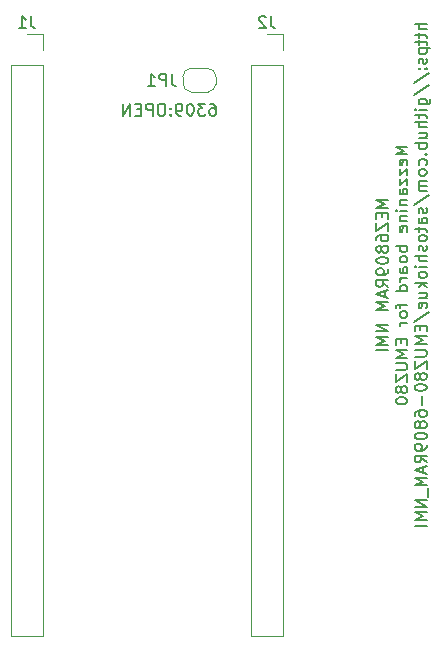
<source format=gbo>
G04 #@! TF.GenerationSoftware,KiCad,Pcbnew,7.0.2-0*
G04 #@! TF.CreationDate,2023-04-20T01:12:48+09:00*
G04 #@! TF.ProjectId,MEZ6809RAMI,4d455a36-3830-4395-9241-4d492e6b6963,A*
G04 #@! TF.SameCoordinates,PX5f5e100PY8f0d180*
G04 #@! TF.FileFunction,Legend,Bot*
G04 #@! TF.FilePolarity,Positive*
%FSLAX46Y46*%
G04 Gerber Fmt 4.6, Leading zero omitted, Abs format (unit mm)*
G04 Created by KiCad (PCBNEW 7.0.2-0) date 2023-04-20 01:12:48*
%MOMM*%
%LPD*%
G01*
G04 APERTURE LIST*
%ADD10C,0.150000*%
%ADD11C,0.120000*%
G04 APERTURE END LIST*
D10*
X19348690Y46892381D02*
X19539166Y46892381D01*
X19539166Y46892381D02*
X19634404Y46844762D01*
X19634404Y46844762D02*
X19682023Y46797143D01*
X19682023Y46797143D02*
X19777261Y46654286D01*
X19777261Y46654286D02*
X19824880Y46463810D01*
X19824880Y46463810D02*
X19824880Y46082858D01*
X19824880Y46082858D02*
X19777261Y45987620D01*
X19777261Y45987620D02*
X19729642Y45940000D01*
X19729642Y45940000D02*
X19634404Y45892381D01*
X19634404Y45892381D02*
X19443928Y45892381D01*
X19443928Y45892381D02*
X19348690Y45940000D01*
X19348690Y45940000D02*
X19301071Y45987620D01*
X19301071Y45987620D02*
X19253452Y46082858D01*
X19253452Y46082858D02*
X19253452Y46320953D01*
X19253452Y46320953D02*
X19301071Y46416191D01*
X19301071Y46416191D02*
X19348690Y46463810D01*
X19348690Y46463810D02*
X19443928Y46511429D01*
X19443928Y46511429D02*
X19634404Y46511429D01*
X19634404Y46511429D02*
X19729642Y46463810D01*
X19729642Y46463810D02*
X19777261Y46416191D01*
X19777261Y46416191D02*
X19824880Y46320953D01*
X18920118Y46892381D02*
X18301071Y46892381D01*
X18301071Y46892381D02*
X18634404Y46511429D01*
X18634404Y46511429D02*
X18491547Y46511429D01*
X18491547Y46511429D02*
X18396309Y46463810D01*
X18396309Y46463810D02*
X18348690Y46416191D01*
X18348690Y46416191D02*
X18301071Y46320953D01*
X18301071Y46320953D02*
X18301071Y46082858D01*
X18301071Y46082858D02*
X18348690Y45987620D01*
X18348690Y45987620D02*
X18396309Y45940000D01*
X18396309Y45940000D02*
X18491547Y45892381D01*
X18491547Y45892381D02*
X18777261Y45892381D01*
X18777261Y45892381D02*
X18872499Y45940000D01*
X18872499Y45940000D02*
X18920118Y45987620D01*
X17682023Y46892381D02*
X17586785Y46892381D01*
X17586785Y46892381D02*
X17491547Y46844762D01*
X17491547Y46844762D02*
X17443928Y46797143D01*
X17443928Y46797143D02*
X17396309Y46701905D01*
X17396309Y46701905D02*
X17348690Y46511429D01*
X17348690Y46511429D02*
X17348690Y46273334D01*
X17348690Y46273334D02*
X17396309Y46082858D01*
X17396309Y46082858D02*
X17443928Y45987620D01*
X17443928Y45987620D02*
X17491547Y45940000D01*
X17491547Y45940000D02*
X17586785Y45892381D01*
X17586785Y45892381D02*
X17682023Y45892381D01*
X17682023Y45892381D02*
X17777261Y45940000D01*
X17777261Y45940000D02*
X17824880Y45987620D01*
X17824880Y45987620D02*
X17872499Y46082858D01*
X17872499Y46082858D02*
X17920118Y46273334D01*
X17920118Y46273334D02*
X17920118Y46511429D01*
X17920118Y46511429D02*
X17872499Y46701905D01*
X17872499Y46701905D02*
X17824880Y46797143D01*
X17824880Y46797143D02*
X17777261Y46844762D01*
X17777261Y46844762D02*
X17682023Y46892381D01*
X16872499Y45892381D02*
X16682023Y45892381D01*
X16682023Y45892381D02*
X16586785Y45940000D01*
X16586785Y45940000D02*
X16539166Y45987620D01*
X16539166Y45987620D02*
X16443928Y46130477D01*
X16443928Y46130477D02*
X16396309Y46320953D01*
X16396309Y46320953D02*
X16396309Y46701905D01*
X16396309Y46701905D02*
X16443928Y46797143D01*
X16443928Y46797143D02*
X16491547Y46844762D01*
X16491547Y46844762D02*
X16586785Y46892381D01*
X16586785Y46892381D02*
X16777261Y46892381D01*
X16777261Y46892381D02*
X16872499Y46844762D01*
X16872499Y46844762D02*
X16920118Y46797143D01*
X16920118Y46797143D02*
X16967737Y46701905D01*
X16967737Y46701905D02*
X16967737Y46463810D01*
X16967737Y46463810D02*
X16920118Y46368572D01*
X16920118Y46368572D02*
X16872499Y46320953D01*
X16872499Y46320953D02*
X16777261Y46273334D01*
X16777261Y46273334D02*
X16586785Y46273334D01*
X16586785Y46273334D02*
X16491547Y46320953D01*
X16491547Y46320953D02*
X16443928Y46368572D01*
X16443928Y46368572D02*
X16396309Y46463810D01*
X15967737Y45987620D02*
X15920118Y45940000D01*
X15920118Y45940000D02*
X15967737Y45892381D01*
X15967737Y45892381D02*
X16015356Y45940000D01*
X16015356Y45940000D02*
X15967737Y45987620D01*
X15967737Y45987620D02*
X15967737Y45892381D01*
X15967737Y46511429D02*
X15920118Y46463810D01*
X15920118Y46463810D02*
X15967737Y46416191D01*
X15967737Y46416191D02*
X16015356Y46463810D01*
X16015356Y46463810D02*
X15967737Y46511429D01*
X15967737Y46511429D02*
X15967737Y46416191D01*
X15301071Y46892381D02*
X15110595Y46892381D01*
X15110595Y46892381D02*
X15015357Y46844762D01*
X15015357Y46844762D02*
X14920119Y46749524D01*
X14920119Y46749524D02*
X14872500Y46559048D01*
X14872500Y46559048D02*
X14872500Y46225715D01*
X14872500Y46225715D02*
X14920119Y46035239D01*
X14920119Y46035239D02*
X15015357Y45940000D01*
X15015357Y45940000D02*
X15110595Y45892381D01*
X15110595Y45892381D02*
X15301071Y45892381D01*
X15301071Y45892381D02*
X15396309Y45940000D01*
X15396309Y45940000D02*
X15491547Y46035239D01*
X15491547Y46035239D02*
X15539166Y46225715D01*
X15539166Y46225715D02*
X15539166Y46559048D01*
X15539166Y46559048D02*
X15491547Y46749524D01*
X15491547Y46749524D02*
X15396309Y46844762D01*
X15396309Y46844762D02*
X15301071Y46892381D01*
X14443928Y45892381D02*
X14443928Y46892381D01*
X14443928Y46892381D02*
X14062976Y46892381D01*
X14062976Y46892381D02*
X13967738Y46844762D01*
X13967738Y46844762D02*
X13920119Y46797143D01*
X13920119Y46797143D02*
X13872500Y46701905D01*
X13872500Y46701905D02*
X13872500Y46559048D01*
X13872500Y46559048D02*
X13920119Y46463810D01*
X13920119Y46463810D02*
X13967738Y46416191D01*
X13967738Y46416191D02*
X14062976Y46368572D01*
X14062976Y46368572D02*
X14443928Y46368572D01*
X13443928Y46416191D02*
X13110595Y46416191D01*
X12967738Y45892381D02*
X13443928Y45892381D01*
X13443928Y45892381D02*
X13443928Y46892381D01*
X13443928Y46892381D02*
X12967738Y46892381D01*
X12539166Y45892381D02*
X12539166Y46892381D01*
X12539166Y46892381D02*
X11967738Y45892381D01*
X11967738Y45892381D02*
X11967738Y46892381D01*
X34402619Y38765952D02*
X33402619Y38765952D01*
X33402619Y38765952D02*
X34116904Y38432619D01*
X34116904Y38432619D02*
X33402619Y38099286D01*
X33402619Y38099286D02*
X34402619Y38099286D01*
X33878809Y37623095D02*
X33878809Y37289762D01*
X34402619Y37146905D02*
X34402619Y37623095D01*
X34402619Y37623095D02*
X33402619Y37623095D01*
X33402619Y37623095D02*
X33402619Y37146905D01*
X33402619Y36813571D02*
X33402619Y36146905D01*
X33402619Y36146905D02*
X34402619Y36813571D01*
X34402619Y36813571D02*
X34402619Y36146905D01*
X33402619Y35337381D02*
X33402619Y35527857D01*
X33402619Y35527857D02*
X33450238Y35623095D01*
X33450238Y35623095D02*
X33497857Y35670714D01*
X33497857Y35670714D02*
X33640714Y35765952D01*
X33640714Y35765952D02*
X33831190Y35813571D01*
X33831190Y35813571D02*
X34212142Y35813571D01*
X34212142Y35813571D02*
X34307380Y35765952D01*
X34307380Y35765952D02*
X34355000Y35718333D01*
X34355000Y35718333D02*
X34402619Y35623095D01*
X34402619Y35623095D02*
X34402619Y35432619D01*
X34402619Y35432619D02*
X34355000Y35337381D01*
X34355000Y35337381D02*
X34307380Y35289762D01*
X34307380Y35289762D02*
X34212142Y35242143D01*
X34212142Y35242143D02*
X33974047Y35242143D01*
X33974047Y35242143D02*
X33878809Y35289762D01*
X33878809Y35289762D02*
X33831190Y35337381D01*
X33831190Y35337381D02*
X33783571Y35432619D01*
X33783571Y35432619D02*
X33783571Y35623095D01*
X33783571Y35623095D02*
X33831190Y35718333D01*
X33831190Y35718333D02*
X33878809Y35765952D01*
X33878809Y35765952D02*
X33974047Y35813571D01*
X33831190Y34670714D02*
X33783571Y34765952D01*
X33783571Y34765952D02*
X33735952Y34813571D01*
X33735952Y34813571D02*
X33640714Y34861190D01*
X33640714Y34861190D02*
X33593095Y34861190D01*
X33593095Y34861190D02*
X33497857Y34813571D01*
X33497857Y34813571D02*
X33450238Y34765952D01*
X33450238Y34765952D02*
X33402619Y34670714D01*
X33402619Y34670714D02*
X33402619Y34480238D01*
X33402619Y34480238D02*
X33450238Y34385000D01*
X33450238Y34385000D02*
X33497857Y34337381D01*
X33497857Y34337381D02*
X33593095Y34289762D01*
X33593095Y34289762D02*
X33640714Y34289762D01*
X33640714Y34289762D02*
X33735952Y34337381D01*
X33735952Y34337381D02*
X33783571Y34385000D01*
X33783571Y34385000D02*
X33831190Y34480238D01*
X33831190Y34480238D02*
X33831190Y34670714D01*
X33831190Y34670714D02*
X33878809Y34765952D01*
X33878809Y34765952D02*
X33926428Y34813571D01*
X33926428Y34813571D02*
X34021666Y34861190D01*
X34021666Y34861190D02*
X34212142Y34861190D01*
X34212142Y34861190D02*
X34307380Y34813571D01*
X34307380Y34813571D02*
X34355000Y34765952D01*
X34355000Y34765952D02*
X34402619Y34670714D01*
X34402619Y34670714D02*
X34402619Y34480238D01*
X34402619Y34480238D02*
X34355000Y34385000D01*
X34355000Y34385000D02*
X34307380Y34337381D01*
X34307380Y34337381D02*
X34212142Y34289762D01*
X34212142Y34289762D02*
X34021666Y34289762D01*
X34021666Y34289762D02*
X33926428Y34337381D01*
X33926428Y34337381D02*
X33878809Y34385000D01*
X33878809Y34385000D02*
X33831190Y34480238D01*
X33402619Y33670714D02*
X33402619Y33575476D01*
X33402619Y33575476D02*
X33450238Y33480238D01*
X33450238Y33480238D02*
X33497857Y33432619D01*
X33497857Y33432619D02*
X33593095Y33385000D01*
X33593095Y33385000D02*
X33783571Y33337381D01*
X33783571Y33337381D02*
X34021666Y33337381D01*
X34021666Y33337381D02*
X34212142Y33385000D01*
X34212142Y33385000D02*
X34307380Y33432619D01*
X34307380Y33432619D02*
X34355000Y33480238D01*
X34355000Y33480238D02*
X34402619Y33575476D01*
X34402619Y33575476D02*
X34402619Y33670714D01*
X34402619Y33670714D02*
X34355000Y33765952D01*
X34355000Y33765952D02*
X34307380Y33813571D01*
X34307380Y33813571D02*
X34212142Y33861190D01*
X34212142Y33861190D02*
X34021666Y33908809D01*
X34021666Y33908809D02*
X33783571Y33908809D01*
X33783571Y33908809D02*
X33593095Y33861190D01*
X33593095Y33861190D02*
X33497857Y33813571D01*
X33497857Y33813571D02*
X33450238Y33765952D01*
X33450238Y33765952D02*
X33402619Y33670714D01*
X34402619Y32861190D02*
X34402619Y32670714D01*
X34402619Y32670714D02*
X34355000Y32575476D01*
X34355000Y32575476D02*
X34307380Y32527857D01*
X34307380Y32527857D02*
X34164523Y32432619D01*
X34164523Y32432619D02*
X33974047Y32385000D01*
X33974047Y32385000D02*
X33593095Y32385000D01*
X33593095Y32385000D02*
X33497857Y32432619D01*
X33497857Y32432619D02*
X33450238Y32480238D01*
X33450238Y32480238D02*
X33402619Y32575476D01*
X33402619Y32575476D02*
X33402619Y32765952D01*
X33402619Y32765952D02*
X33450238Y32861190D01*
X33450238Y32861190D02*
X33497857Y32908809D01*
X33497857Y32908809D02*
X33593095Y32956428D01*
X33593095Y32956428D02*
X33831190Y32956428D01*
X33831190Y32956428D02*
X33926428Y32908809D01*
X33926428Y32908809D02*
X33974047Y32861190D01*
X33974047Y32861190D02*
X34021666Y32765952D01*
X34021666Y32765952D02*
X34021666Y32575476D01*
X34021666Y32575476D02*
X33974047Y32480238D01*
X33974047Y32480238D02*
X33926428Y32432619D01*
X33926428Y32432619D02*
X33831190Y32385000D01*
X34402619Y31385000D02*
X33926428Y31718333D01*
X34402619Y31956428D02*
X33402619Y31956428D01*
X33402619Y31956428D02*
X33402619Y31575476D01*
X33402619Y31575476D02*
X33450238Y31480238D01*
X33450238Y31480238D02*
X33497857Y31432619D01*
X33497857Y31432619D02*
X33593095Y31385000D01*
X33593095Y31385000D02*
X33735952Y31385000D01*
X33735952Y31385000D02*
X33831190Y31432619D01*
X33831190Y31432619D02*
X33878809Y31480238D01*
X33878809Y31480238D02*
X33926428Y31575476D01*
X33926428Y31575476D02*
X33926428Y31956428D01*
X34116904Y31004047D02*
X34116904Y30527857D01*
X34402619Y31099285D02*
X33402619Y30765952D01*
X33402619Y30765952D02*
X34402619Y30432619D01*
X34402619Y30099285D02*
X33402619Y30099285D01*
X33402619Y30099285D02*
X34116904Y29765952D01*
X34116904Y29765952D02*
X33402619Y29432619D01*
X33402619Y29432619D02*
X34402619Y29432619D01*
X34402619Y28194523D02*
X33402619Y28194523D01*
X33402619Y28194523D02*
X34402619Y27623095D01*
X34402619Y27623095D02*
X33402619Y27623095D01*
X34402619Y27146904D02*
X33402619Y27146904D01*
X33402619Y27146904D02*
X34116904Y26813571D01*
X34116904Y26813571D02*
X33402619Y26480238D01*
X33402619Y26480238D02*
X34402619Y26480238D01*
X34402619Y26004047D02*
X33402619Y26004047D01*
X36022619Y43265954D02*
X35022619Y43265954D01*
X35022619Y43265954D02*
X35736904Y42932621D01*
X35736904Y42932621D02*
X35022619Y42599288D01*
X35022619Y42599288D02*
X36022619Y42599288D01*
X35975000Y41742145D02*
X36022619Y41837383D01*
X36022619Y41837383D02*
X36022619Y42027859D01*
X36022619Y42027859D02*
X35975000Y42123097D01*
X35975000Y42123097D02*
X35879761Y42170716D01*
X35879761Y42170716D02*
X35498809Y42170716D01*
X35498809Y42170716D02*
X35403571Y42123097D01*
X35403571Y42123097D02*
X35355952Y42027859D01*
X35355952Y42027859D02*
X35355952Y41837383D01*
X35355952Y41837383D02*
X35403571Y41742145D01*
X35403571Y41742145D02*
X35498809Y41694526D01*
X35498809Y41694526D02*
X35594047Y41694526D01*
X35594047Y41694526D02*
X35689285Y42170716D01*
X35355952Y41361192D02*
X35355952Y40837383D01*
X35355952Y40837383D02*
X36022619Y41361192D01*
X36022619Y41361192D02*
X36022619Y40837383D01*
X35355952Y40551668D02*
X35355952Y40027859D01*
X35355952Y40027859D02*
X36022619Y40551668D01*
X36022619Y40551668D02*
X36022619Y40027859D01*
X36022619Y39218335D02*
X35498809Y39218335D01*
X35498809Y39218335D02*
X35403571Y39265954D01*
X35403571Y39265954D02*
X35355952Y39361192D01*
X35355952Y39361192D02*
X35355952Y39551668D01*
X35355952Y39551668D02*
X35403571Y39646906D01*
X35975000Y39218335D02*
X36022619Y39313573D01*
X36022619Y39313573D02*
X36022619Y39551668D01*
X36022619Y39551668D02*
X35975000Y39646906D01*
X35975000Y39646906D02*
X35879761Y39694525D01*
X35879761Y39694525D02*
X35784523Y39694525D01*
X35784523Y39694525D02*
X35689285Y39646906D01*
X35689285Y39646906D02*
X35641666Y39551668D01*
X35641666Y39551668D02*
X35641666Y39313573D01*
X35641666Y39313573D02*
X35594047Y39218335D01*
X35355952Y38742144D02*
X36022619Y38742144D01*
X35451190Y38742144D02*
X35403571Y38694525D01*
X35403571Y38694525D02*
X35355952Y38599287D01*
X35355952Y38599287D02*
X35355952Y38456430D01*
X35355952Y38456430D02*
X35403571Y38361192D01*
X35403571Y38361192D02*
X35498809Y38313573D01*
X35498809Y38313573D02*
X36022619Y38313573D01*
X36022619Y37837382D02*
X35355952Y37837382D01*
X35022619Y37837382D02*
X35070238Y37885001D01*
X35070238Y37885001D02*
X35117857Y37837382D01*
X35117857Y37837382D02*
X35070238Y37789763D01*
X35070238Y37789763D02*
X35022619Y37837382D01*
X35022619Y37837382D02*
X35117857Y37837382D01*
X35355952Y37361192D02*
X36022619Y37361192D01*
X35451190Y37361192D02*
X35403571Y37313573D01*
X35403571Y37313573D02*
X35355952Y37218335D01*
X35355952Y37218335D02*
X35355952Y37075478D01*
X35355952Y37075478D02*
X35403571Y36980240D01*
X35403571Y36980240D02*
X35498809Y36932621D01*
X35498809Y36932621D02*
X36022619Y36932621D01*
X35975000Y36075478D02*
X36022619Y36170716D01*
X36022619Y36170716D02*
X36022619Y36361192D01*
X36022619Y36361192D02*
X35975000Y36456430D01*
X35975000Y36456430D02*
X35879761Y36504049D01*
X35879761Y36504049D02*
X35498809Y36504049D01*
X35498809Y36504049D02*
X35403571Y36456430D01*
X35403571Y36456430D02*
X35355952Y36361192D01*
X35355952Y36361192D02*
X35355952Y36170716D01*
X35355952Y36170716D02*
X35403571Y36075478D01*
X35403571Y36075478D02*
X35498809Y36027859D01*
X35498809Y36027859D02*
X35594047Y36027859D01*
X35594047Y36027859D02*
X35689285Y36504049D01*
X36022619Y34837382D02*
X35022619Y34837382D01*
X35403571Y34837382D02*
X35355952Y34742144D01*
X35355952Y34742144D02*
X35355952Y34551668D01*
X35355952Y34551668D02*
X35403571Y34456430D01*
X35403571Y34456430D02*
X35451190Y34408811D01*
X35451190Y34408811D02*
X35546428Y34361192D01*
X35546428Y34361192D02*
X35832142Y34361192D01*
X35832142Y34361192D02*
X35927380Y34408811D01*
X35927380Y34408811D02*
X35975000Y34456430D01*
X35975000Y34456430D02*
X36022619Y34551668D01*
X36022619Y34551668D02*
X36022619Y34742144D01*
X36022619Y34742144D02*
X35975000Y34837382D01*
X36022619Y33789763D02*
X35975000Y33885001D01*
X35975000Y33885001D02*
X35927380Y33932620D01*
X35927380Y33932620D02*
X35832142Y33980239D01*
X35832142Y33980239D02*
X35546428Y33980239D01*
X35546428Y33980239D02*
X35451190Y33932620D01*
X35451190Y33932620D02*
X35403571Y33885001D01*
X35403571Y33885001D02*
X35355952Y33789763D01*
X35355952Y33789763D02*
X35355952Y33646906D01*
X35355952Y33646906D02*
X35403571Y33551668D01*
X35403571Y33551668D02*
X35451190Y33504049D01*
X35451190Y33504049D02*
X35546428Y33456430D01*
X35546428Y33456430D02*
X35832142Y33456430D01*
X35832142Y33456430D02*
X35927380Y33504049D01*
X35927380Y33504049D02*
X35975000Y33551668D01*
X35975000Y33551668D02*
X36022619Y33646906D01*
X36022619Y33646906D02*
X36022619Y33789763D01*
X36022619Y32599287D02*
X35498809Y32599287D01*
X35498809Y32599287D02*
X35403571Y32646906D01*
X35403571Y32646906D02*
X35355952Y32742144D01*
X35355952Y32742144D02*
X35355952Y32932620D01*
X35355952Y32932620D02*
X35403571Y33027858D01*
X35975000Y32599287D02*
X36022619Y32694525D01*
X36022619Y32694525D02*
X36022619Y32932620D01*
X36022619Y32932620D02*
X35975000Y33027858D01*
X35975000Y33027858D02*
X35879761Y33075477D01*
X35879761Y33075477D02*
X35784523Y33075477D01*
X35784523Y33075477D02*
X35689285Y33027858D01*
X35689285Y33027858D02*
X35641666Y32932620D01*
X35641666Y32932620D02*
X35641666Y32694525D01*
X35641666Y32694525D02*
X35594047Y32599287D01*
X36022619Y32123096D02*
X35355952Y32123096D01*
X35546428Y32123096D02*
X35451190Y32075477D01*
X35451190Y32075477D02*
X35403571Y32027858D01*
X35403571Y32027858D02*
X35355952Y31932620D01*
X35355952Y31932620D02*
X35355952Y31837382D01*
X36022619Y31075477D02*
X35022619Y31075477D01*
X35975000Y31075477D02*
X36022619Y31170715D01*
X36022619Y31170715D02*
X36022619Y31361191D01*
X36022619Y31361191D02*
X35975000Y31456429D01*
X35975000Y31456429D02*
X35927380Y31504048D01*
X35927380Y31504048D02*
X35832142Y31551667D01*
X35832142Y31551667D02*
X35546428Y31551667D01*
X35546428Y31551667D02*
X35451190Y31504048D01*
X35451190Y31504048D02*
X35403571Y31456429D01*
X35403571Y31456429D02*
X35355952Y31361191D01*
X35355952Y31361191D02*
X35355952Y31170715D01*
X35355952Y31170715D02*
X35403571Y31075477D01*
X35355952Y29980238D02*
X35355952Y29599286D01*
X36022619Y29837381D02*
X35165476Y29837381D01*
X35165476Y29837381D02*
X35070238Y29789762D01*
X35070238Y29789762D02*
X35022619Y29694524D01*
X35022619Y29694524D02*
X35022619Y29599286D01*
X36022619Y29123095D02*
X35975000Y29218333D01*
X35975000Y29218333D02*
X35927380Y29265952D01*
X35927380Y29265952D02*
X35832142Y29313571D01*
X35832142Y29313571D02*
X35546428Y29313571D01*
X35546428Y29313571D02*
X35451190Y29265952D01*
X35451190Y29265952D02*
X35403571Y29218333D01*
X35403571Y29218333D02*
X35355952Y29123095D01*
X35355952Y29123095D02*
X35355952Y28980238D01*
X35355952Y28980238D02*
X35403571Y28885000D01*
X35403571Y28885000D02*
X35451190Y28837381D01*
X35451190Y28837381D02*
X35546428Y28789762D01*
X35546428Y28789762D02*
X35832142Y28789762D01*
X35832142Y28789762D02*
X35927380Y28837381D01*
X35927380Y28837381D02*
X35975000Y28885000D01*
X35975000Y28885000D02*
X36022619Y28980238D01*
X36022619Y28980238D02*
X36022619Y29123095D01*
X36022619Y28361190D02*
X35355952Y28361190D01*
X35546428Y28361190D02*
X35451190Y28313571D01*
X35451190Y28313571D02*
X35403571Y28265952D01*
X35403571Y28265952D02*
X35355952Y28170714D01*
X35355952Y28170714D02*
X35355952Y28075476D01*
X35498809Y26980237D02*
X35498809Y26646904D01*
X36022619Y26504047D02*
X36022619Y26980237D01*
X36022619Y26980237D02*
X35022619Y26980237D01*
X35022619Y26980237D02*
X35022619Y26504047D01*
X36022619Y26075475D02*
X35022619Y26075475D01*
X35022619Y26075475D02*
X35736904Y25742142D01*
X35736904Y25742142D02*
X35022619Y25408809D01*
X35022619Y25408809D02*
X36022619Y25408809D01*
X35022619Y24932618D02*
X35832142Y24932618D01*
X35832142Y24932618D02*
X35927380Y24884999D01*
X35927380Y24884999D02*
X35975000Y24837380D01*
X35975000Y24837380D02*
X36022619Y24742142D01*
X36022619Y24742142D02*
X36022619Y24551666D01*
X36022619Y24551666D02*
X35975000Y24456428D01*
X35975000Y24456428D02*
X35927380Y24408809D01*
X35927380Y24408809D02*
X35832142Y24361190D01*
X35832142Y24361190D02*
X35022619Y24361190D01*
X35022619Y23980237D02*
X35022619Y23313571D01*
X35022619Y23313571D02*
X36022619Y23980237D01*
X36022619Y23980237D02*
X36022619Y23313571D01*
X35451190Y22789761D02*
X35403571Y22884999D01*
X35403571Y22884999D02*
X35355952Y22932618D01*
X35355952Y22932618D02*
X35260714Y22980237D01*
X35260714Y22980237D02*
X35213095Y22980237D01*
X35213095Y22980237D02*
X35117857Y22932618D01*
X35117857Y22932618D02*
X35070238Y22884999D01*
X35070238Y22884999D02*
X35022619Y22789761D01*
X35022619Y22789761D02*
X35022619Y22599285D01*
X35022619Y22599285D02*
X35070238Y22504047D01*
X35070238Y22504047D02*
X35117857Y22456428D01*
X35117857Y22456428D02*
X35213095Y22408809D01*
X35213095Y22408809D02*
X35260714Y22408809D01*
X35260714Y22408809D02*
X35355952Y22456428D01*
X35355952Y22456428D02*
X35403571Y22504047D01*
X35403571Y22504047D02*
X35451190Y22599285D01*
X35451190Y22599285D02*
X35451190Y22789761D01*
X35451190Y22789761D02*
X35498809Y22884999D01*
X35498809Y22884999D02*
X35546428Y22932618D01*
X35546428Y22932618D02*
X35641666Y22980237D01*
X35641666Y22980237D02*
X35832142Y22980237D01*
X35832142Y22980237D02*
X35927380Y22932618D01*
X35927380Y22932618D02*
X35975000Y22884999D01*
X35975000Y22884999D02*
X36022619Y22789761D01*
X36022619Y22789761D02*
X36022619Y22599285D01*
X36022619Y22599285D02*
X35975000Y22504047D01*
X35975000Y22504047D02*
X35927380Y22456428D01*
X35927380Y22456428D02*
X35832142Y22408809D01*
X35832142Y22408809D02*
X35641666Y22408809D01*
X35641666Y22408809D02*
X35546428Y22456428D01*
X35546428Y22456428D02*
X35498809Y22504047D01*
X35498809Y22504047D02*
X35451190Y22599285D01*
X35022619Y21789761D02*
X35022619Y21694523D01*
X35022619Y21694523D02*
X35070238Y21599285D01*
X35070238Y21599285D02*
X35117857Y21551666D01*
X35117857Y21551666D02*
X35213095Y21504047D01*
X35213095Y21504047D02*
X35403571Y21456428D01*
X35403571Y21456428D02*
X35641666Y21456428D01*
X35641666Y21456428D02*
X35832142Y21504047D01*
X35832142Y21504047D02*
X35927380Y21551666D01*
X35927380Y21551666D02*
X35975000Y21599285D01*
X35975000Y21599285D02*
X36022619Y21694523D01*
X36022619Y21694523D02*
X36022619Y21789761D01*
X36022619Y21789761D02*
X35975000Y21884999D01*
X35975000Y21884999D02*
X35927380Y21932618D01*
X35927380Y21932618D02*
X35832142Y21980237D01*
X35832142Y21980237D02*
X35641666Y22027856D01*
X35641666Y22027856D02*
X35403571Y22027856D01*
X35403571Y22027856D02*
X35213095Y21980237D01*
X35213095Y21980237D02*
X35117857Y21932618D01*
X35117857Y21932618D02*
X35070238Y21884999D01*
X35070238Y21884999D02*
X35022619Y21789761D01*
X37642619Y53623096D02*
X36642619Y53623096D01*
X37642619Y53194525D02*
X37118809Y53194525D01*
X37118809Y53194525D02*
X37023571Y53242144D01*
X37023571Y53242144D02*
X36975952Y53337382D01*
X36975952Y53337382D02*
X36975952Y53480239D01*
X36975952Y53480239D02*
X37023571Y53575477D01*
X37023571Y53575477D02*
X37071190Y53623096D01*
X36975952Y52861191D02*
X36975952Y52480239D01*
X36642619Y52718334D02*
X37499761Y52718334D01*
X37499761Y52718334D02*
X37595000Y52670715D01*
X37595000Y52670715D02*
X37642619Y52575477D01*
X37642619Y52575477D02*
X37642619Y52480239D01*
X36975952Y52289762D02*
X36975952Y51908810D01*
X36642619Y52146905D02*
X37499761Y52146905D01*
X37499761Y52146905D02*
X37595000Y52099286D01*
X37595000Y52099286D02*
X37642619Y52004048D01*
X37642619Y52004048D02*
X37642619Y51908810D01*
X36975952Y51575476D02*
X37975952Y51575476D01*
X37023571Y51575476D02*
X36975952Y51480238D01*
X36975952Y51480238D02*
X36975952Y51289762D01*
X36975952Y51289762D02*
X37023571Y51194524D01*
X37023571Y51194524D02*
X37071190Y51146905D01*
X37071190Y51146905D02*
X37166428Y51099286D01*
X37166428Y51099286D02*
X37452142Y51099286D01*
X37452142Y51099286D02*
X37547380Y51146905D01*
X37547380Y51146905D02*
X37595000Y51194524D01*
X37595000Y51194524D02*
X37642619Y51289762D01*
X37642619Y51289762D02*
X37642619Y51480238D01*
X37642619Y51480238D02*
X37595000Y51575476D01*
X37595000Y50718333D02*
X37642619Y50623095D01*
X37642619Y50623095D02*
X37642619Y50432619D01*
X37642619Y50432619D02*
X37595000Y50337381D01*
X37595000Y50337381D02*
X37499761Y50289762D01*
X37499761Y50289762D02*
X37452142Y50289762D01*
X37452142Y50289762D02*
X37356904Y50337381D01*
X37356904Y50337381D02*
X37309285Y50432619D01*
X37309285Y50432619D02*
X37309285Y50575476D01*
X37309285Y50575476D02*
X37261666Y50670714D01*
X37261666Y50670714D02*
X37166428Y50718333D01*
X37166428Y50718333D02*
X37118809Y50718333D01*
X37118809Y50718333D02*
X37023571Y50670714D01*
X37023571Y50670714D02*
X36975952Y50575476D01*
X36975952Y50575476D02*
X36975952Y50432619D01*
X36975952Y50432619D02*
X37023571Y50337381D01*
X37547380Y49861190D02*
X37595000Y49813571D01*
X37595000Y49813571D02*
X37642619Y49861190D01*
X37642619Y49861190D02*
X37595000Y49908809D01*
X37595000Y49908809D02*
X37547380Y49861190D01*
X37547380Y49861190D02*
X37642619Y49861190D01*
X37023571Y49861190D02*
X37071190Y49813571D01*
X37071190Y49813571D02*
X37118809Y49861190D01*
X37118809Y49861190D02*
X37071190Y49908809D01*
X37071190Y49908809D02*
X37023571Y49861190D01*
X37023571Y49861190D02*
X37118809Y49861190D01*
X36595000Y48670715D02*
X37880714Y49527857D01*
X36595000Y47623096D02*
X37880714Y48480238D01*
X36975952Y46861191D02*
X37785476Y46861191D01*
X37785476Y46861191D02*
X37880714Y46908810D01*
X37880714Y46908810D02*
X37928333Y46956429D01*
X37928333Y46956429D02*
X37975952Y47051667D01*
X37975952Y47051667D02*
X37975952Y47194524D01*
X37975952Y47194524D02*
X37928333Y47289762D01*
X37595000Y46861191D02*
X37642619Y46956429D01*
X37642619Y46956429D02*
X37642619Y47146905D01*
X37642619Y47146905D02*
X37595000Y47242143D01*
X37595000Y47242143D02*
X37547380Y47289762D01*
X37547380Y47289762D02*
X37452142Y47337381D01*
X37452142Y47337381D02*
X37166428Y47337381D01*
X37166428Y47337381D02*
X37071190Y47289762D01*
X37071190Y47289762D02*
X37023571Y47242143D01*
X37023571Y47242143D02*
X36975952Y47146905D01*
X36975952Y47146905D02*
X36975952Y46956429D01*
X36975952Y46956429D02*
X37023571Y46861191D01*
X37642619Y46385000D02*
X36975952Y46385000D01*
X36642619Y46385000D02*
X36690238Y46432619D01*
X36690238Y46432619D02*
X36737857Y46385000D01*
X36737857Y46385000D02*
X36690238Y46337381D01*
X36690238Y46337381D02*
X36642619Y46385000D01*
X36642619Y46385000D02*
X36737857Y46385000D01*
X36975952Y46051667D02*
X36975952Y45670715D01*
X36642619Y45908810D02*
X37499761Y45908810D01*
X37499761Y45908810D02*
X37595000Y45861191D01*
X37595000Y45861191D02*
X37642619Y45765953D01*
X37642619Y45765953D02*
X37642619Y45670715D01*
X37642619Y45337381D02*
X36642619Y45337381D01*
X37642619Y44908810D02*
X37118809Y44908810D01*
X37118809Y44908810D02*
X37023571Y44956429D01*
X37023571Y44956429D02*
X36975952Y45051667D01*
X36975952Y45051667D02*
X36975952Y45194524D01*
X36975952Y45194524D02*
X37023571Y45289762D01*
X37023571Y45289762D02*
X37071190Y45337381D01*
X36975952Y44004048D02*
X37642619Y44004048D01*
X36975952Y44432619D02*
X37499761Y44432619D01*
X37499761Y44432619D02*
X37595000Y44385000D01*
X37595000Y44385000D02*
X37642619Y44289762D01*
X37642619Y44289762D02*
X37642619Y44146905D01*
X37642619Y44146905D02*
X37595000Y44051667D01*
X37595000Y44051667D02*
X37547380Y44004048D01*
X37642619Y43527857D02*
X36642619Y43527857D01*
X37023571Y43527857D02*
X36975952Y43432619D01*
X36975952Y43432619D02*
X36975952Y43242143D01*
X36975952Y43242143D02*
X37023571Y43146905D01*
X37023571Y43146905D02*
X37071190Y43099286D01*
X37071190Y43099286D02*
X37166428Y43051667D01*
X37166428Y43051667D02*
X37452142Y43051667D01*
X37452142Y43051667D02*
X37547380Y43099286D01*
X37547380Y43099286D02*
X37595000Y43146905D01*
X37595000Y43146905D02*
X37642619Y43242143D01*
X37642619Y43242143D02*
X37642619Y43432619D01*
X37642619Y43432619D02*
X37595000Y43527857D01*
X37547380Y42623095D02*
X37595000Y42575476D01*
X37595000Y42575476D02*
X37642619Y42623095D01*
X37642619Y42623095D02*
X37595000Y42670714D01*
X37595000Y42670714D02*
X37547380Y42623095D01*
X37547380Y42623095D02*
X37642619Y42623095D01*
X37595000Y41718334D02*
X37642619Y41813572D01*
X37642619Y41813572D02*
X37642619Y42004048D01*
X37642619Y42004048D02*
X37595000Y42099286D01*
X37595000Y42099286D02*
X37547380Y42146905D01*
X37547380Y42146905D02*
X37452142Y42194524D01*
X37452142Y42194524D02*
X37166428Y42194524D01*
X37166428Y42194524D02*
X37071190Y42146905D01*
X37071190Y42146905D02*
X37023571Y42099286D01*
X37023571Y42099286D02*
X36975952Y42004048D01*
X36975952Y42004048D02*
X36975952Y41813572D01*
X36975952Y41813572D02*
X37023571Y41718334D01*
X37642619Y41146905D02*
X37595000Y41242143D01*
X37595000Y41242143D02*
X37547380Y41289762D01*
X37547380Y41289762D02*
X37452142Y41337381D01*
X37452142Y41337381D02*
X37166428Y41337381D01*
X37166428Y41337381D02*
X37071190Y41289762D01*
X37071190Y41289762D02*
X37023571Y41242143D01*
X37023571Y41242143D02*
X36975952Y41146905D01*
X36975952Y41146905D02*
X36975952Y41004048D01*
X36975952Y41004048D02*
X37023571Y40908810D01*
X37023571Y40908810D02*
X37071190Y40861191D01*
X37071190Y40861191D02*
X37166428Y40813572D01*
X37166428Y40813572D02*
X37452142Y40813572D01*
X37452142Y40813572D02*
X37547380Y40861191D01*
X37547380Y40861191D02*
X37595000Y40908810D01*
X37595000Y40908810D02*
X37642619Y41004048D01*
X37642619Y41004048D02*
X37642619Y41146905D01*
X37642619Y40385000D02*
X36975952Y40385000D01*
X37071190Y40385000D02*
X37023571Y40337381D01*
X37023571Y40337381D02*
X36975952Y40242143D01*
X36975952Y40242143D02*
X36975952Y40099286D01*
X36975952Y40099286D02*
X37023571Y40004048D01*
X37023571Y40004048D02*
X37118809Y39956429D01*
X37118809Y39956429D02*
X37642619Y39956429D01*
X37118809Y39956429D02*
X37023571Y39908810D01*
X37023571Y39908810D02*
X36975952Y39813572D01*
X36975952Y39813572D02*
X36975952Y39670715D01*
X36975952Y39670715D02*
X37023571Y39575476D01*
X37023571Y39575476D02*
X37118809Y39527857D01*
X37118809Y39527857D02*
X37642619Y39527857D01*
X36595000Y38337382D02*
X37880714Y39194524D01*
X37595000Y38051667D02*
X37642619Y37956429D01*
X37642619Y37956429D02*
X37642619Y37765953D01*
X37642619Y37765953D02*
X37595000Y37670715D01*
X37595000Y37670715D02*
X37499761Y37623096D01*
X37499761Y37623096D02*
X37452142Y37623096D01*
X37452142Y37623096D02*
X37356904Y37670715D01*
X37356904Y37670715D02*
X37309285Y37765953D01*
X37309285Y37765953D02*
X37309285Y37908810D01*
X37309285Y37908810D02*
X37261666Y38004048D01*
X37261666Y38004048D02*
X37166428Y38051667D01*
X37166428Y38051667D02*
X37118809Y38051667D01*
X37118809Y38051667D02*
X37023571Y38004048D01*
X37023571Y38004048D02*
X36975952Y37908810D01*
X36975952Y37908810D02*
X36975952Y37765953D01*
X36975952Y37765953D02*
X37023571Y37670715D01*
X37642619Y36765953D02*
X37118809Y36765953D01*
X37118809Y36765953D02*
X37023571Y36813572D01*
X37023571Y36813572D02*
X36975952Y36908810D01*
X36975952Y36908810D02*
X36975952Y37099286D01*
X36975952Y37099286D02*
X37023571Y37194524D01*
X37595000Y36765953D02*
X37642619Y36861191D01*
X37642619Y36861191D02*
X37642619Y37099286D01*
X37642619Y37099286D02*
X37595000Y37194524D01*
X37595000Y37194524D02*
X37499761Y37242143D01*
X37499761Y37242143D02*
X37404523Y37242143D01*
X37404523Y37242143D02*
X37309285Y37194524D01*
X37309285Y37194524D02*
X37261666Y37099286D01*
X37261666Y37099286D02*
X37261666Y36861191D01*
X37261666Y36861191D02*
X37214047Y36765953D01*
X36975952Y36432619D02*
X36975952Y36051667D01*
X36642619Y36289762D02*
X37499761Y36289762D01*
X37499761Y36289762D02*
X37595000Y36242143D01*
X37595000Y36242143D02*
X37642619Y36146905D01*
X37642619Y36146905D02*
X37642619Y36051667D01*
X37642619Y35575476D02*
X37595000Y35670714D01*
X37595000Y35670714D02*
X37547380Y35718333D01*
X37547380Y35718333D02*
X37452142Y35765952D01*
X37452142Y35765952D02*
X37166428Y35765952D01*
X37166428Y35765952D02*
X37071190Y35718333D01*
X37071190Y35718333D02*
X37023571Y35670714D01*
X37023571Y35670714D02*
X36975952Y35575476D01*
X36975952Y35575476D02*
X36975952Y35432619D01*
X36975952Y35432619D02*
X37023571Y35337381D01*
X37023571Y35337381D02*
X37071190Y35289762D01*
X37071190Y35289762D02*
X37166428Y35242143D01*
X37166428Y35242143D02*
X37452142Y35242143D01*
X37452142Y35242143D02*
X37547380Y35289762D01*
X37547380Y35289762D02*
X37595000Y35337381D01*
X37595000Y35337381D02*
X37642619Y35432619D01*
X37642619Y35432619D02*
X37642619Y35575476D01*
X37595000Y34861190D02*
X37642619Y34765952D01*
X37642619Y34765952D02*
X37642619Y34575476D01*
X37642619Y34575476D02*
X37595000Y34480238D01*
X37595000Y34480238D02*
X37499761Y34432619D01*
X37499761Y34432619D02*
X37452142Y34432619D01*
X37452142Y34432619D02*
X37356904Y34480238D01*
X37356904Y34480238D02*
X37309285Y34575476D01*
X37309285Y34575476D02*
X37309285Y34718333D01*
X37309285Y34718333D02*
X37261666Y34813571D01*
X37261666Y34813571D02*
X37166428Y34861190D01*
X37166428Y34861190D02*
X37118809Y34861190D01*
X37118809Y34861190D02*
X37023571Y34813571D01*
X37023571Y34813571D02*
X36975952Y34718333D01*
X36975952Y34718333D02*
X36975952Y34575476D01*
X36975952Y34575476D02*
X37023571Y34480238D01*
X37642619Y34004047D02*
X36642619Y34004047D01*
X37642619Y33575476D02*
X37118809Y33575476D01*
X37118809Y33575476D02*
X37023571Y33623095D01*
X37023571Y33623095D02*
X36975952Y33718333D01*
X36975952Y33718333D02*
X36975952Y33861190D01*
X36975952Y33861190D02*
X37023571Y33956428D01*
X37023571Y33956428D02*
X37071190Y34004047D01*
X37642619Y33099285D02*
X36975952Y33099285D01*
X36642619Y33099285D02*
X36690238Y33146904D01*
X36690238Y33146904D02*
X36737857Y33099285D01*
X36737857Y33099285D02*
X36690238Y33051666D01*
X36690238Y33051666D02*
X36642619Y33099285D01*
X36642619Y33099285D02*
X36737857Y33099285D01*
X37642619Y32480238D02*
X37595000Y32575476D01*
X37595000Y32575476D02*
X37547380Y32623095D01*
X37547380Y32623095D02*
X37452142Y32670714D01*
X37452142Y32670714D02*
X37166428Y32670714D01*
X37166428Y32670714D02*
X37071190Y32623095D01*
X37071190Y32623095D02*
X37023571Y32575476D01*
X37023571Y32575476D02*
X36975952Y32480238D01*
X36975952Y32480238D02*
X36975952Y32337381D01*
X36975952Y32337381D02*
X37023571Y32242143D01*
X37023571Y32242143D02*
X37071190Y32194524D01*
X37071190Y32194524D02*
X37166428Y32146905D01*
X37166428Y32146905D02*
X37452142Y32146905D01*
X37452142Y32146905D02*
X37547380Y32194524D01*
X37547380Y32194524D02*
X37595000Y32242143D01*
X37595000Y32242143D02*
X37642619Y32337381D01*
X37642619Y32337381D02*
X37642619Y32480238D01*
X37642619Y31718333D02*
X36642619Y31718333D01*
X37261666Y31623095D02*
X37642619Y31337381D01*
X36975952Y31337381D02*
X37356904Y31718333D01*
X36975952Y30480238D02*
X37642619Y30480238D01*
X36975952Y30908809D02*
X37499761Y30908809D01*
X37499761Y30908809D02*
X37595000Y30861190D01*
X37595000Y30861190D02*
X37642619Y30765952D01*
X37642619Y30765952D02*
X37642619Y30623095D01*
X37642619Y30623095D02*
X37595000Y30527857D01*
X37595000Y30527857D02*
X37547380Y30480238D01*
X37595000Y29623095D02*
X37642619Y29718333D01*
X37642619Y29718333D02*
X37642619Y29908809D01*
X37642619Y29908809D02*
X37595000Y30004047D01*
X37595000Y30004047D02*
X37499761Y30051666D01*
X37499761Y30051666D02*
X37118809Y30051666D01*
X37118809Y30051666D02*
X37023571Y30004047D01*
X37023571Y30004047D02*
X36975952Y29908809D01*
X36975952Y29908809D02*
X36975952Y29718333D01*
X36975952Y29718333D02*
X37023571Y29623095D01*
X37023571Y29623095D02*
X37118809Y29575476D01*
X37118809Y29575476D02*
X37214047Y29575476D01*
X37214047Y29575476D02*
X37309285Y30051666D01*
X36595000Y28432619D02*
X37880714Y29289761D01*
X37118809Y28099285D02*
X37118809Y27765952D01*
X37642619Y27623095D02*
X37642619Y28099285D01*
X37642619Y28099285D02*
X36642619Y28099285D01*
X36642619Y28099285D02*
X36642619Y27623095D01*
X37642619Y27194523D02*
X36642619Y27194523D01*
X36642619Y27194523D02*
X37356904Y26861190D01*
X37356904Y26861190D02*
X36642619Y26527857D01*
X36642619Y26527857D02*
X37642619Y26527857D01*
X36642619Y26051666D02*
X37452142Y26051666D01*
X37452142Y26051666D02*
X37547380Y26004047D01*
X37547380Y26004047D02*
X37595000Y25956428D01*
X37595000Y25956428D02*
X37642619Y25861190D01*
X37642619Y25861190D02*
X37642619Y25670714D01*
X37642619Y25670714D02*
X37595000Y25575476D01*
X37595000Y25575476D02*
X37547380Y25527857D01*
X37547380Y25527857D02*
X37452142Y25480238D01*
X37452142Y25480238D02*
X36642619Y25480238D01*
X36642619Y25099285D02*
X36642619Y24432619D01*
X36642619Y24432619D02*
X37642619Y25099285D01*
X37642619Y25099285D02*
X37642619Y24432619D01*
X37071190Y23908809D02*
X37023571Y24004047D01*
X37023571Y24004047D02*
X36975952Y24051666D01*
X36975952Y24051666D02*
X36880714Y24099285D01*
X36880714Y24099285D02*
X36833095Y24099285D01*
X36833095Y24099285D02*
X36737857Y24051666D01*
X36737857Y24051666D02*
X36690238Y24004047D01*
X36690238Y24004047D02*
X36642619Y23908809D01*
X36642619Y23908809D02*
X36642619Y23718333D01*
X36642619Y23718333D02*
X36690238Y23623095D01*
X36690238Y23623095D02*
X36737857Y23575476D01*
X36737857Y23575476D02*
X36833095Y23527857D01*
X36833095Y23527857D02*
X36880714Y23527857D01*
X36880714Y23527857D02*
X36975952Y23575476D01*
X36975952Y23575476D02*
X37023571Y23623095D01*
X37023571Y23623095D02*
X37071190Y23718333D01*
X37071190Y23718333D02*
X37071190Y23908809D01*
X37071190Y23908809D02*
X37118809Y24004047D01*
X37118809Y24004047D02*
X37166428Y24051666D01*
X37166428Y24051666D02*
X37261666Y24099285D01*
X37261666Y24099285D02*
X37452142Y24099285D01*
X37452142Y24099285D02*
X37547380Y24051666D01*
X37547380Y24051666D02*
X37595000Y24004047D01*
X37595000Y24004047D02*
X37642619Y23908809D01*
X37642619Y23908809D02*
X37642619Y23718333D01*
X37642619Y23718333D02*
X37595000Y23623095D01*
X37595000Y23623095D02*
X37547380Y23575476D01*
X37547380Y23575476D02*
X37452142Y23527857D01*
X37452142Y23527857D02*
X37261666Y23527857D01*
X37261666Y23527857D02*
X37166428Y23575476D01*
X37166428Y23575476D02*
X37118809Y23623095D01*
X37118809Y23623095D02*
X37071190Y23718333D01*
X36642619Y22908809D02*
X36642619Y22813571D01*
X36642619Y22813571D02*
X36690238Y22718333D01*
X36690238Y22718333D02*
X36737857Y22670714D01*
X36737857Y22670714D02*
X36833095Y22623095D01*
X36833095Y22623095D02*
X37023571Y22575476D01*
X37023571Y22575476D02*
X37261666Y22575476D01*
X37261666Y22575476D02*
X37452142Y22623095D01*
X37452142Y22623095D02*
X37547380Y22670714D01*
X37547380Y22670714D02*
X37595000Y22718333D01*
X37595000Y22718333D02*
X37642619Y22813571D01*
X37642619Y22813571D02*
X37642619Y22908809D01*
X37642619Y22908809D02*
X37595000Y23004047D01*
X37595000Y23004047D02*
X37547380Y23051666D01*
X37547380Y23051666D02*
X37452142Y23099285D01*
X37452142Y23099285D02*
X37261666Y23146904D01*
X37261666Y23146904D02*
X37023571Y23146904D01*
X37023571Y23146904D02*
X36833095Y23099285D01*
X36833095Y23099285D02*
X36737857Y23051666D01*
X36737857Y23051666D02*
X36690238Y23004047D01*
X36690238Y23004047D02*
X36642619Y22908809D01*
X37261666Y22146904D02*
X37261666Y21384999D01*
X36642619Y20480238D02*
X36642619Y20670714D01*
X36642619Y20670714D02*
X36690238Y20765952D01*
X36690238Y20765952D02*
X36737857Y20813571D01*
X36737857Y20813571D02*
X36880714Y20908809D01*
X36880714Y20908809D02*
X37071190Y20956428D01*
X37071190Y20956428D02*
X37452142Y20956428D01*
X37452142Y20956428D02*
X37547380Y20908809D01*
X37547380Y20908809D02*
X37595000Y20861190D01*
X37595000Y20861190D02*
X37642619Y20765952D01*
X37642619Y20765952D02*
X37642619Y20575476D01*
X37642619Y20575476D02*
X37595000Y20480238D01*
X37595000Y20480238D02*
X37547380Y20432619D01*
X37547380Y20432619D02*
X37452142Y20385000D01*
X37452142Y20385000D02*
X37214047Y20385000D01*
X37214047Y20385000D02*
X37118809Y20432619D01*
X37118809Y20432619D02*
X37071190Y20480238D01*
X37071190Y20480238D02*
X37023571Y20575476D01*
X37023571Y20575476D02*
X37023571Y20765952D01*
X37023571Y20765952D02*
X37071190Y20861190D01*
X37071190Y20861190D02*
X37118809Y20908809D01*
X37118809Y20908809D02*
X37214047Y20956428D01*
X37071190Y19813571D02*
X37023571Y19908809D01*
X37023571Y19908809D02*
X36975952Y19956428D01*
X36975952Y19956428D02*
X36880714Y20004047D01*
X36880714Y20004047D02*
X36833095Y20004047D01*
X36833095Y20004047D02*
X36737857Y19956428D01*
X36737857Y19956428D02*
X36690238Y19908809D01*
X36690238Y19908809D02*
X36642619Y19813571D01*
X36642619Y19813571D02*
X36642619Y19623095D01*
X36642619Y19623095D02*
X36690238Y19527857D01*
X36690238Y19527857D02*
X36737857Y19480238D01*
X36737857Y19480238D02*
X36833095Y19432619D01*
X36833095Y19432619D02*
X36880714Y19432619D01*
X36880714Y19432619D02*
X36975952Y19480238D01*
X36975952Y19480238D02*
X37023571Y19527857D01*
X37023571Y19527857D02*
X37071190Y19623095D01*
X37071190Y19623095D02*
X37071190Y19813571D01*
X37071190Y19813571D02*
X37118809Y19908809D01*
X37118809Y19908809D02*
X37166428Y19956428D01*
X37166428Y19956428D02*
X37261666Y20004047D01*
X37261666Y20004047D02*
X37452142Y20004047D01*
X37452142Y20004047D02*
X37547380Y19956428D01*
X37547380Y19956428D02*
X37595000Y19908809D01*
X37595000Y19908809D02*
X37642619Y19813571D01*
X37642619Y19813571D02*
X37642619Y19623095D01*
X37642619Y19623095D02*
X37595000Y19527857D01*
X37595000Y19527857D02*
X37547380Y19480238D01*
X37547380Y19480238D02*
X37452142Y19432619D01*
X37452142Y19432619D02*
X37261666Y19432619D01*
X37261666Y19432619D02*
X37166428Y19480238D01*
X37166428Y19480238D02*
X37118809Y19527857D01*
X37118809Y19527857D02*
X37071190Y19623095D01*
X36642619Y18813571D02*
X36642619Y18718333D01*
X36642619Y18718333D02*
X36690238Y18623095D01*
X36690238Y18623095D02*
X36737857Y18575476D01*
X36737857Y18575476D02*
X36833095Y18527857D01*
X36833095Y18527857D02*
X37023571Y18480238D01*
X37023571Y18480238D02*
X37261666Y18480238D01*
X37261666Y18480238D02*
X37452142Y18527857D01*
X37452142Y18527857D02*
X37547380Y18575476D01*
X37547380Y18575476D02*
X37595000Y18623095D01*
X37595000Y18623095D02*
X37642619Y18718333D01*
X37642619Y18718333D02*
X37642619Y18813571D01*
X37642619Y18813571D02*
X37595000Y18908809D01*
X37595000Y18908809D02*
X37547380Y18956428D01*
X37547380Y18956428D02*
X37452142Y19004047D01*
X37452142Y19004047D02*
X37261666Y19051666D01*
X37261666Y19051666D02*
X37023571Y19051666D01*
X37023571Y19051666D02*
X36833095Y19004047D01*
X36833095Y19004047D02*
X36737857Y18956428D01*
X36737857Y18956428D02*
X36690238Y18908809D01*
X36690238Y18908809D02*
X36642619Y18813571D01*
X37642619Y18004047D02*
X37642619Y17813571D01*
X37642619Y17813571D02*
X37595000Y17718333D01*
X37595000Y17718333D02*
X37547380Y17670714D01*
X37547380Y17670714D02*
X37404523Y17575476D01*
X37404523Y17575476D02*
X37214047Y17527857D01*
X37214047Y17527857D02*
X36833095Y17527857D01*
X36833095Y17527857D02*
X36737857Y17575476D01*
X36737857Y17575476D02*
X36690238Y17623095D01*
X36690238Y17623095D02*
X36642619Y17718333D01*
X36642619Y17718333D02*
X36642619Y17908809D01*
X36642619Y17908809D02*
X36690238Y18004047D01*
X36690238Y18004047D02*
X36737857Y18051666D01*
X36737857Y18051666D02*
X36833095Y18099285D01*
X36833095Y18099285D02*
X37071190Y18099285D01*
X37071190Y18099285D02*
X37166428Y18051666D01*
X37166428Y18051666D02*
X37214047Y18004047D01*
X37214047Y18004047D02*
X37261666Y17908809D01*
X37261666Y17908809D02*
X37261666Y17718333D01*
X37261666Y17718333D02*
X37214047Y17623095D01*
X37214047Y17623095D02*
X37166428Y17575476D01*
X37166428Y17575476D02*
X37071190Y17527857D01*
X37642619Y16527857D02*
X37166428Y16861190D01*
X37642619Y17099285D02*
X36642619Y17099285D01*
X36642619Y17099285D02*
X36642619Y16718333D01*
X36642619Y16718333D02*
X36690238Y16623095D01*
X36690238Y16623095D02*
X36737857Y16575476D01*
X36737857Y16575476D02*
X36833095Y16527857D01*
X36833095Y16527857D02*
X36975952Y16527857D01*
X36975952Y16527857D02*
X37071190Y16575476D01*
X37071190Y16575476D02*
X37118809Y16623095D01*
X37118809Y16623095D02*
X37166428Y16718333D01*
X37166428Y16718333D02*
X37166428Y17099285D01*
X37356904Y16146904D02*
X37356904Y15670714D01*
X37642619Y16242142D02*
X36642619Y15908809D01*
X36642619Y15908809D02*
X37642619Y15575476D01*
X37642619Y15242142D02*
X36642619Y15242142D01*
X36642619Y15242142D02*
X37356904Y14908809D01*
X37356904Y14908809D02*
X36642619Y14575476D01*
X36642619Y14575476D02*
X37642619Y14575476D01*
X37737857Y14337380D02*
X37737857Y13575476D01*
X37642619Y13337380D02*
X36642619Y13337380D01*
X36642619Y13337380D02*
X37642619Y12765952D01*
X37642619Y12765952D02*
X36642619Y12765952D01*
X37642619Y12289761D02*
X36642619Y12289761D01*
X36642619Y12289761D02*
X37356904Y11956428D01*
X37356904Y11956428D02*
X36642619Y11623095D01*
X36642619Y11623095D02*
X37642619Y11623095D01*
X37642619Y11146904D02*
X36642619Y11146904D01*
X16070833Y49432381D02*
X16070833Y48718096D01*
X16070833Y48718096D02*
X16118452Y48575239D01*
X16118452Y48575239D02*
X16213690Y48480000D01*
X16213690Y48480000D02*
X16356547Y48432381D01*
X16356547Y48432381D02*
X16451785Y48432381D01*
X15594642Y48432381D02*
X15594642Y49432381D01*
X15594642Y49432381D02*
X15213690Y49432381D01*
X15213690Y49432381D02*
X15118452Y49384762D01*
X15118452Y49384762D02*
X15070833Y49337143D01*
X15070833Y49337143D02*
X15023214Y49241905D01*
X15023214Y49241905D02*
X15023214Y49099048D01*
X15023214Y49099048D02*
X15070833Y49003810D01*
X15070833Y49003810D02*
X15118452Y48956191D01*
X15118452Y48956191D02*
X15213690Y48908572D01*
X15213690Y48908572D02*
X15594642Y48908572D01*
X14070833Y48432381D02*
X14642261Y48432381D01*
X14356547Y48432381D02*
X14356547Y49432381D01*
X14356547Y49432381D02*
X14451785Y49289524D01*
X14451785Y49289524D02*
X14547023Y49194286D01*
X14547023Y49194286D02*
X14642261Y49146667D01*
X24465833Y54307381D02*
X24465833Y53593096D01*
X24465833Y53593096D02*
X24513452Y53450239D01*
X24513452Y53450239D02*
X24608690Y53355000D01*
X24608690Y53355000D02*
X24751547Y53307381D01*
X24751547Y53307381D02*
X24846785Y53307381D01*
X24037261Y54212143D02*
X23989642Y54259762D01*
X23989642Y54259762D02*
X23894404Y54307381D01*
X23894404Y54307381D02*
X23656309Y54307381D01*
X23656309Y54307381D02*
X23561071Y54259762D01*
X23561071Y54259762D02*
X23513452Y54212143D01*
X23513452Y54212143D02*
X23465833Y54116905D01*
X23465833Y54116905D02*
X23465833Y54021667D01*
X23465833Y54021667D02*
X23513452Y53878810D01*
X23513452Y53878810D02*
X24084880Y53307381D01*
X24084880Y53307381D02*
X23465833Y53307381D01*
X4145833Y54307381D02*
X4145833Y53593096D01*
X4145833Y53593096D02*
X4193452Y53450239D01*
X4193452Y53450239D02*
X4288690Y53355000D01*
X4288690Y53355000D02*
X4431547Y53307381D01*
X4431547Y53307381D02*
X4526785Y53307381D01*
X3145833Y53307381D02*
X3717261Y53307381D01*
X3431547Y53307381D02*
X3431547Y54307381D01*
X3431547Y54307381D02*
X3526785Y54164524D01*
X3526785Y54164524D02*
X3622023Y54069286D01*
X3622023Y54069286D02*
X3717261Y54021667D01*
D11*
X19815000Y48595000D02*
X19815000Y49195000D01*
X19115000Y49895000D02*
X17715000Y49895000D01*
X17715000Y47895000D02*
X19115000Y47895000D01*
X17015000Y49195000D02*
X17015000Y48595000D01*
X19115000Y47895000D02*
G75*
G03*
X19815000Y48595000I1J699999D01*
G01*
X19815000Y49195000D02*
G75*
G03*
X19115000Y49895000I-699999J1D01*
G01*
X17015000Y48595000D02*
G75*
G03*
X17715000Y47895000I700000J0D01*
G01*
X17715000Y49895000D02*
G75*
G03*
X17015000Y49195000I0J-700000D01*
G01*
X25462500Y1850000D02*
X22802500Y1850000D01*
X25462500Y50170000D02*
X25462500Y1850000D01*
X25462500Y50170000D02*
X22802500Y50170000D01*
X25462500Y51440000D02*
X25462500Y52770000D01*
X25462500Y52770000D02*
X24132500Y52770000D01*
X22802500Y50170000D02*
X22802500Y1850000D01*
X5142500Y1850000D02*
X2482500Y1850000D01*
X5142500Y50170000D02*
X5142500Y1850000D01*
X5142500Y50170000D02*
X2482500Y50170000D01*
X5142500Y51440000D02*
X5142500Y52770000D01*
X5142500Y52770000D02*
X3812500Y52770000D01*
X2482500Y50170000D02*
X2482500Y1850000D01*
M02*

</source>
